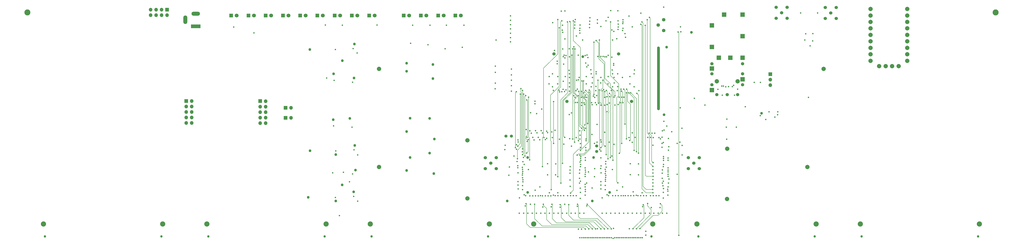
<source format=gbr>
G04 #@! TF.GenerationSoftware,KiCad,Pcbnew,5.1.10-88a1d61d58~88~ubuntu20.04.1*
G04 #@! TF.CreationDate,2021-08-11T10:22:42-04:00*
G04 #@! TF.ProjectId,readout_trenz,72656164-6f75-4745-9f74-72656e7a2e6b,rev?*
G04 #@! TF.SameCoordinates,Original*
G04 #@! TF.FileFunction,Copper,L3,Inr*
G04 #@! TF.FilePolarity,Positive*
%FSLAX46Y46*%
G04 Gerber Fmt 4.6, Leading zero omitted, Abs format (unit mm)*
G04 Created by KiCad (PCBNEW 5.1.10-88a1d61d58~88~ubuntu20.04.1) date 2021-08-11 10:22:42*
%MOMM*%
%LPD*%
G01*
G04 APERTURE LIST*
G04 #@! TA.AperFunction,ComponentPad*
%ADD10R,4.400000X1.800000*%
G04 #@! TD*
G04 #@! TA.AperFunction,ComponentPad*
%ADD11O,4.000000X1.800000*%
G04 #@! TD*
G04 #@! TA.AperFunction,ComponentPad*
%ADD12O,1.800000X4.000000*%
G04 #@! TD*
G04 #@! TA.AperFunction,ComponentPad*
%ADD13O,1.700000X1.700000*%
G04 #@! TD*
G04 #@! TA.AperFunction,ComponentPad*
%ADD14R,1.700000X1.700000*%
G04 #@! TD*
G04 #@! TA.AperFunction,ComponentPad*
%ADD15C,2.000000*%
G04 #@! TD*
G04 #@! TA.AperFunction,ComponentPad*
%ADD16C,1.400000*%
G04 #@! TD*
G04 #@! TA.AperFunction,WasherPad*
%ADD17C,2.794000*%
G04 #@! TD*
G04 #@! TA.AperFunction,WasherPad*
%ADD18C,2.000000*%
G04 #@! TD*
G04 #@! TA.AperFunction,ComponentPad*
%ADD19R,2.000000X2.000000*%
G04 #@! TD*
G04 #@! TA.AperFunction,ComponentPad*
%ADD20C,1.500000*%
G04 #@! TD*
G04 #@! TA.AperFunction,ComponentPad*
%ADD21C,1.620000*%
G04 #@! TD*
G04 #@! TA.AperFunction,ComponentPad*
%ADD22C,1.800000*%
G04 #@! TD*
G04 #@! TA.AperFunction,ComponentPad*
%ADD23R,1.800000X1.800000*%
G04 #@! TD*
G04 #@! TA.AperFunction,ComponentPad*
%ADD24C,1.100000*%
G04 #@! TD*
G04 #@! TA.AperFunction,ComponentPad*
%ADD25C,2.410000*%
G04 #@! TD*
G04 #@! TA.AperFunction,ComponentPad*
%ADD26C,1.524000*%
G04 #@! TD*
G04 #@! TA.AperFunction,ViaPad*
%ADD27C,1.270000*%
G04 #@! TD*
G04 #@! TA.AperFunction,ViaPad*
%ADD28C,0.635000*%
G04 #@! TD*
G04 #@! TA.AperFunction,Conductor*
%ADD29C,1.270000*%
G04 #@! TD*
G04 #@! TA.AperFunction,Conductor*
%ADD30C,0.147320*%
G04 #@! TD*
G04 APERTURE END LIST*
D10*
X183560000Y-110000000D03*
D11*
X183560000Y-104200000D03*
D12*
X178760000Y-107000000D03*
D13*
X215981600Y-144705400D03*
X213441600Y-149785400D03*
X215981600Y-152325400D03*
X213441600Y-147245400D03*
X213441600Y-152325400D03*
X215981600Y-147245400D03*
X215981600Y-154865400D03*
D14*
X213441600Y-144690000D03*
D13*
X215981600Y-149785400D03*
X213441600Y-154865400D03*
X181692200Y-144692400D03*
X179152200Y-149772400D03*
X181692200Y-152312400D03*
X179152200Y-147232400D03*
X179152200Y-152312400D03*
X181692200Y-147232400D03*
X181692200Y-154852400D03*
D14*
X179152200Y-144690000D03*
D13*
X181692200Y-149772400D03*
X179152200Y-154850000D03*
D15*
X513500000Y-102000000D03*
X513500000Y-114000000D03*
X513500000Y-111000000D03*
X513500000Y-123000000D03*
X513500000Y-108000000D03*
X513500000Y-105000000D03*
X513500000Y-117000000D03*
X513500000Y-120000000D03*
X513500000Y-126000000D03*
X496500000Y-114000000D03*
X496500000Y-102000000D03*
X496500000Y-108000000D03*
X496500000Y-105000000D03*
X496500000Y-111000000D03*
X496500000Y-123000000D03*
X496500000Y-117000000D03*
X496500000Y-126000000D03*
X496500000Y-120000000D03*
X500500000Y-128500000D03*
X509500000Y-128500000D03*
X506500000Y-128500000D03*
X503500000Y-128500000D03*
D13*
X450000000Y-137310000D03*
X450000000Y-134770000D03*
D14*
X450000000Y-132230000D03*
D16*
X327460000Y-160900000D03*
X330000000Y-160900000D03*
X369500000Y-168040000D03*
X369500000Y-165500000D03*
D15*
X467230000Y-175200000D03*
X474760000Y-129750000D03*
X429990000Y-190000000D03*
X430010000Y-166740000D03*
X309520000Y-189780000D03*
X309550000Y-162860000D03*
X268610000Y-175230000D03*
X268590000Y-129750000D03*
D17*
X554500000Y-103570000D03*
X105500000Y-103570000D03*
D18*
X425250000Y-135480000D03*
X434850000Y-135480000D03*
D19*
X437175000Y-134580000D03*
X437175000Y-124580000D03*
X437175000Y-114580000D03*
X437175000Y-104580000D03*
D20*
X430050000Y-141680000D03*
X434850000Y-141680000D03*
X425250000Y-141680000D03*
D19*
X422925000Y-139580000D03*
X422925000Y-129580000D03*
X422925000Y-119580000D03*
X422925000Y-109580000D03*
X428600000Y-104580000D03*
X426100000Y-124580000D03*
X431500000Y-124580000D03*
D20*
X422925000Y-137080000D03*
X437175000Y-137080000D03*
X437175000Y-132080000D03*
X437175000Y-127380000D03*
X422925000Y-127380000D03*
X422925000Y-132080000D03*
X379675000Y-122850000D03*
X349725000Y-122850000D03*
X355725000Y-144850000D03*
X385675000Y-144850000D03*
D21*
X400550000Y-111950000D03*
X398050000Y-109450000D03*
X400550000Y-106950000D03*
D22*
X242540000Y-105000000D03*
D23*
X240000000Y-105000000D03*
D13*
X162680000Y-104840000D03*
X162680000Y-102300000D03*
X165220000Y-104840000D03*
X165220000Y-102300000D03*
X167760000Y-104840000D03*
X167760000Y-102300000D03*
X170300000Y-104840000D03*
D14*
X170300000Y-102300000D03*
D24*
X394875000Y-207380000D03*
D25*
X395500000Y-201600000D03*
D24*
X340875000Y-207380000D03*
D25*
X340250000Y-201600000D03*
D23*
X200000000Y-105000000D03*
D22*
X202540000Y-105000000D03*
X226540000Y-105000000D03*
D23*
X224000000Y-105000000D03*
D22*
X210540000Y-105000000D03*
D23*
X208000000Y-105000000D03*
X264000000Y-105000000D03*
D22*
X266540000Y-105000000D03*
X234540000Y-105000000D03*
D23*
X232000000Y-105000000D03*
X216000000Y-105000000D03*
D22*
X218540000Y-105000000D03*
D23*
X256000000Y-105000000D03*
D22*
X258540000Y-105000000D03*
X250540000Y-105000000D03*
D23*
X248000000Y-105000000D03*
D22*
X306540000Y-105000000D03*
D23*
X304000000Y-105000000D03*
X296000000Y-105000000D03*
D22*
X298540000Y-105000000D03*
X290540000Y-105000000D03*
D23*
X288000000Y-105000000D03*
X280000000Y-105000000D03*
D22*
X282540000Y-105000000D03*
D26*
X475520000Y-106390000D03*
X480600000Y-106390000D03*
X480600000Y-101310000D03*
X475520000Y-101310000D03*
X478060000Y-103850000D03*
X455240000Y-103800000D03*
X452700000Y-101260000D03*
X457780000Y-101260000D03*
X457780000Y-106340000D03*
X452700000Y-106340000D03*
X417110000Y-170860000D03*
X412030000Y-170860000D03*
X412030000Y-175940000D03*
X417110000Y-175940000D03*
X414570000Y-173400000D03*
X320350000Y-173480000D03*
X322890000Y-176020000D03*
X317810000Y-176020000D03*
X317810000Y-170940000D03*
X322890000Y-170940000D03*
D14*
X225210001Y-147809999D03*
D13*
X227750001Y-147809999D03*
X227750001Y-152459999D03*
D14*
X225210001Y-152459999D03*
D24*
X546375000Y-207380000D03*
D25*
X547000000Y-201600000D03*
D24*
X492375000Y-207380000D03*
D25*
X491750000Y-201600000D03*
D24*
X470625000Y-207380000D03*
D25*
X471250000Y-201600000D03*
D24*
X416625000Y-207380000D03*
D25*
X416000000Y-201600000D03*
X264500000Y-201600000D03*
D24*
X265125000Y-207380000D03*
D25*
X319750000Y-201600000D03*
D24*
X319125000Y-207380000D03*
X243375000Y-207380000D03*
D25*
X244000000Y-201600000D03*
D24*
X189375000Y-207380000D03*
D25*
X188750000Y-201600000D03*
X113000000Y-201600000D03*
D24*
X113625000Y-207380000D03*
D25*
X168250000Y-201600000D03*
D24*
X167625000Y-207380000D03*
D27*
X251575000Y-125925000D03*
X247475000Y-132025000D03*
X247325000Y-153325000D03*
X248550000Y-169450000D03*
X248500000Y-191000000D03*
D28*
X210600000Y-113100000D03*
X373306300Y-124200000D03*
X432988388Y-137381612D03*
X374093700Y-124200000D03*
X432431612Y-137938388D03*
X377380000Y-128073700D03*
X427474248Y-137752265D03*
X377380000Y-127286300D03*
X428261648Y-137752265D03*
D27*
X363060000Y-124090000D03*
X398110000Y-119980004D03*
D28*
X369470000Y-142080000D03*
X374298831Y-146241169D03*
D27*
X398110000Y-144540000D03*
X445920000Y-150320000D03*
X398110000Y-148200000D03*
D28*
X419730000Y-146480000D03*
X375440000Y-145550000D03*
X414788161Y-143388161D03*
X373193170Y-142955497D03*
X408240000Y-147775661D03*
X373193170Y-146570000D03*
X468500000Y-119100000D03*
X368199998Y-117400000D03*
X368225956Y-141637809D03*
X375536331Y-142600000D03*
X467700000Y-142970000D03*
X361740000Y-208000000D03*
X362440000Y-203965468D03*
X400000000Y-182700000D03*
X399925000Y-180450000D03*
X400475000Y-174025000D03*
X400400000Y-175075000D03*
X400400000Y-189625000D03*
X402780000Y-167420000D03*
X402916402Y-165806402D03*
X333000000Y-183577680D03*
X333000000Y-182022320D03*
X335050000Y-175350000D03*
X364175000Y-178575000D03*
X343427680Y-188500000D03*
X346700000Y-178900000D03*
X346700000Y-173700000D03*
X373880000Y-175340000D03*
X385100000Y-178800000D03*
X385100000Y-173700000D03*
X371420000Y-182032320D03*
X371410000Y-183567680D03*
X381827680Y-188530000D03*
X402575000Y-178575000D03*
X402625000Y-179550000D03*
X364200000Y-179600000D03*
X364190000Y-184415000D03*
X335300000Y-172750000D03*
X373700000Y-172720000D03*
X351450000Y-187175000D03*
X402560000Y-186380000D03*
X402565000Y-184445000D03*
D27*
X257300000Y-165200000D03*
D28*
X364274018Y-186551844D03*
X390580000Y-187130000D03*
D27*
X283000000Y-170800000D03*
X292000000Y-168780000D03*
D28*
X371460000Y-133700000D03*
X356900000Y-132050000D03*
X366933000Y-132050000D03*
X376839000Y-132050000D03*
X386872000Y-132050000D03*
X353725000Y-112821000D03*
X377450000Y-112375000D03*
X381410000Y-133700000D03*
X361410000Y-133700000D03*
X352250000Y-162320000D03*
X400015000Y-158455000D03*
X469625000Y-116800000D03*
D27*
X401925000Y-119700000D03*
D28*
X361600000Y-158460000D03*
X401990000Y-156270000D03*
X400730000Y-158140000D03*
D27*
X400770000Y-150990000D03*
D28*
X357002500Y-162117500D03*
X357800000Y-165530000D03*
D27*
X256975000Y-134025000D03*
D28*
X340890000Y-144750000D03*
X344020000Y-148360000D03*
X351460000Y-133300000D03*
X395580000Y-165140000D03*
X201175000Y-110325000D03*
D27*
X251500000Y-183500000D03*
X337500000Y-187000000D03*
X375500000Y-187000000D03*
X328000000Y-191000000D03*
X367500000Y-191000000D03*
X257675000Y-176675000D03*
D28*
X429770000Y-162330000D03*
X361070000Y-204040002D03*
X442590000Y-136000000D03*
X445430000Y-135980000D03*
X453465000Y-149675000D03*
D27*
X256790000Y-186750000D03*
D28*
X354752680Y-124650000D03*
X354210002Y-127580000D03*
X364925000Y-128850000D03*
X364425000Y-127075000D03*
X361061000Y-163068000D03*
X364617000Y-163068000D03*
X359431830Y-120550000D03*
X359283000Y-163703000D03*
X358925000Y-119500000D03*
X361696000Y-162306000D03*
X358394000Y-162306000D03*
X358395498Y-120475000D03*
X357950000Y-123375000D03*
X359975000Y-161575000D03*
X354711000Y-161544000D03*
X337225000Y-161385000D03*
X358930000Y-142190000D03*
X337875000Y-162525000D03*
X359450000Y-142920000D03*
X338525000Y-158415000D03*
X359718087Y-145371830D03*
X339180000Y-159520000D03*
X360530000Y-145371830D03*
X339825000Y-161505000D03*
X362445024Y-142960161D03*
X340475000Y-162685000D03*
X362540000Y-145440000D03*
X341125000Y-158385000D03*
X363690000Y-145530000D03*
X341780000Y-159400000D03*
X363920093Y-146300081D03*
X342430000Y-161470000D03*
X364133642Y-142829181D03*
X343075000Y-162595000D03*
X364878490Y-142990000D03*
X343725000Y-158375000D03*
X367100569Y-145389962D03*
X344370000Y-159460000D03*
X367400000Y-146340000D03*
X345020000Y-161620000D03*
X367950002Y-142380000D03*
X345680000Y-162510000D03*
X368540000Y-142980000D03*
X346325000Y-158655000D03*
X368920000Y-145400000D03*
X346720000Y-159330000D03*
X369450000Y-146341830D03*
X399770000Y-166070000D03*
X406850000Y-164275000D03*
X335250000Y-177250000D03*
X329050000Y-175250000D03*
X328800000Y-179050000D03*
X335064946Y-178948306D03*
X362075000Y-174025000D03*
X363475000Y-207995000D03*
X338535000Y-188555000D03*
X376925000Y-188515000D03*
X377895000Y-207995000D03*
X364290000Y-204030000D03*
X336700000Y-192230000D03*
X339840000Y-188555000D03*
X364275000Y-207985000D03*
X336420000Y-193280000D03*
X378230000Y-188515000D03*
X378695000Y-207985000D03*
X365065000Y-207995000D03*
X341135000Y-188555000D03*
X379525000Y-188515000D03*
X379485000Y-207995000D03*
X365870000Y-203940000D03*
X340680000Y-192530000D03*
X342440000Y-188555000D03*
X365865000Y-207985000D03*
X338800000Y-192510000D03*
X380830000Y-188515000D03*
X380285000Y-207985000D03*
X366665000Y-207995000D03*
X344365000Y-188555000D03*
X382755000Y-188515000D03*
X381085000Y-207995000D03*
X367480000Y-203950000D03*
X344780000Y-192520000D03*
X345670000Y-188555000D03*
X367465000Y-207985000D03*
X344510000Y-193720000D03*
X384060000Y-188515000D03*
X381885000Y-207985000D03*
X368255000Y-207995000D03*
X346965000Y-188555000D03*
X385355000Y-188515000D03*
X382675000Y-207995000D03*
X369010000Y-203940000D03*
X348765000Y-192515000D03*
X348270000Y-188555000D03*
X369055000Y-207985000D03*
X348440000Y-193650000D03*
X386660000Y-188515000D03*
X383475000Y-207985000D03*
X370675000Y-207995000D03*
X350245000Y-188525000D03*
X388635000Y-188485000D03*
X385095000Y-207995000D03*
X371475000Y-203950000D03*
X352540000Y-192620000D03*
X391090000Y-192730000D03*
X386307680Y-203830000D03*
X351550000Y-188525000D03*
X371475000Y-207985000D03*
X352530000Y-193810000D03*
X389940000Y-188485000D03*
X385895000Y-207985000D03*
X390850000Y-193610000D03*
X372265000Y-207995000D03*
X352845000Y-188525000D03*
X391235000Y-188485000D03*
X386685000Y-207995000D03*
X373080000Y-203960000D03*
X356550000Y-192690000D03*
X393080000Y-192190000D03*
X387937680Y-203800000D03*
X354150000Y-188525000D03*
X373065000Y-207985000D03*
X354720000Y-192515000D03*
X392540000Y-188485000D03*
X394790000Y-194010000D03*
X387485000Y-207985000D03*
X373865000Y-207995000D03*
X356075000Y-188525000D03*
X394465000Y-188485000D03*
X388285000Y-207995000D03*
X360620000Y-192510000D03*
X374665000Y-203865000D03*
X399010000Y-192200000D03*
X389593840Y-203743840D03*
X357380000Y-188525000D03*
X360530000Y-193420000D03*
X374665000Y-207985000D03*
X395770000Y-188485000D03*
X389085000Y-207985000D03*
X398860000Y-194000000D03*
X358675000Y-188525000D03*
X375455000Y-207995000D03*
X397065000Y-188485000D03*
X389875000Y-207995000D03*
X376270000Y-203920000D03*
X365130000Y-192515000D03*
X359980000Y-188525000D03*
X376255000Y-207985000D03*
X364940000Y-193280000D03*
X398370000Y-188485000D03*
X390675000Y-207985000D03*
X365525000Y-128100000D03*
X369275000Y-131100000D03*
X364983006Y-123295985D03*
X364200000Y-123540000D03*
X370130000Y-135040000D03*
X322460000Y-139000000D03*
X370330000Y-145650006D03*
X372410000Y-134970000D03*
X322490000Y-136400000D03*
X371500000Y-146590000D03*
X322480000Y-131380000D03*
X356849998Y-124180000D03*
X355231892Y-123591830D03*
X322470000Y-128450000D03*
X393175000Y-161545000D03*
X379450000Y-146304000D03*
X393825000Y-159585000D03*
X379950000Y-142848170D03*
X394475000Y-161525000D03*
X380510000Y-145401830D03*
X395120000Y-159590000D03*
X381060000Y-142848170D03*
X395775000Y-161575000D03*
X381660000Y-145401830D03*
X396425000Y-159555000D03*
X382100000Y-142870000D03*
X398375000Y-161575000D03*
X402800000Y-162000000D03*
X400420000Y-163842320D03*
X361820000Y-172950000D03*
X347585000Y-187165000D03*
X371470000Y-185360000D03*
X343150000Y-184450000D03*
X333100000Y-185350000D03*
X335100000Y-180250000D03*
X362100000Y-172150000D03*
X364180000Y-188250000D03*
X354290000Y-164620000D03*
X400630000Y-154040000D03*
X381550000Y-184450000D03*
X400500000Y-172150000D03*
X373500000Y-178250000D03*
X337850000Y-176400000D03*
X402560000Y-188280000D03*
X402625000Y-177475000D03*
X406850000Y-178600000D03*
X364205000Y-183275000D03*
X337560000Y-196620000D03*
X333560000Y-196620000D03*
X341560000Y-196610000D03*
X345560000Y-196610000D03*
X339610000Y-196640000D03*
X335610000Y-196640000D03*
X343610000Y-196630000D03*
X347610000Y-196630000D03*
X353610000Y-196650000D03*
X355610000Y-196650000D03*
X349610000Y-196650000D03*
X357610000Y-196640000D03*
X359610000Y-196640000D03*
X361610000Y-196640000D03*
X363610000Y-196640000D03*
X351610000Y-196650000D03*
X376010000Y-196660000D03*
X378010000Y-196660000D03*
X388010000Y-196650000D03*
X372010000Y-196660000D03*
X396010000Y-196640000D03*
X400010000Y-196640000D03*
X398010000Y-196640000D03*
X394010000Y-196650000D03*
X380010000Y-196650000D03*
X382010000Y-196650000D03*
X384010000Y-196650000D03*
X386010000Y-196650000D03*
X374010000Y-196660000D03*
X392010000Y-196650000D03*
X390010000Y-196650000D03*
X402010000Y-196640000D03*
X350500000Y-173750000D03*
X372040000Y-189490000D03*
X388900000Y-178850000D03*
X388900000Y-173750000D03*
X333680000Y-189530000D03*
X369865000Y-207985000D03*
X384285000Y-207995000D03*
X384667680Y-203870000D03*
X349430000Y-188241000D03*
X387830000Y-188301000D03*
X395600000Y-176450000D03*
X395600000Y-178025000D03*
X395550000Y-181075000D03*
X357175000Y-176625000D03*
X357150000Y-178125000D03*
X357150000Y-181200000D03*
X335550000Y-170800000D03*
X361823000Y-160528000D03*
X371478000Y-170945000D03*
X387350000Y-161544000D03*
X367284000Y-160147000D03*
X369705000Y-155456000D03*
X356743000Y-130429000D03*
X366801000Y-130200000D03*
X369219000Y-132050000D03*
X376682000Y-130302000D03*
X379252000Y-132050000D03*
X377600000Y-136300000D03*
X377571000Y-133700000D03*
X389028000Y-139800000D03*
X379068000Y-139800000D03*
X379250000Y-137950000D03*
X369035000Y-139800000D03*
X369189000Y-137922000D03*
X361061000Y-134874000D03*
X360172000Y-135001000D03*
X367440000Y-136300000D03*
X367569000Y-133700000D03*
X348996000Y-132080000D03*
X347472000Y-133350000D03*
X347424000Y-136700000D03*
X348996000Y-138049000D03*
X374729000Y-136700000D03*
X374854000Y-133300000D03*
X384887000Y-133300000D03*
X384889000Y-136700000D03*
X364667000Y-133300000D03*
X364665000Y-136700000D03*
X354915000Y-133300000D03*
X408345000Y-110295000D03*
X400585000Y-101120000D03*
X356899991Y-136300000D03*
X356899991Y-133700000D03*
X356899991Y-140125000D03*
X360075000Y-114525000D03*
X354775000Y-115850000D03*
X353110000Y-102965000D03*
X363000000Y-116350000D03*
X353625000Y-109525000D03*
X353600000Y-111800000D03*
X361825000Y-109471000D03*
X361675000Y-111000000D03*
X361675000Y-113125000D03*
X366325000Y-106005000D03*
X366300000Y-107655000D03*
X366200000Y-109070000D03*
X369825000Y-107000000D03*
X378800000Y-115800000D03*
X371475000Y-110100000D03*
X376525000Y-111700000D03*
X384500000Y-105265000D03*
X390000000Y-103900000D03*
X379500000Y-109030000D03*
X381660000Y-111000000D03*
X382600000Y-113450000D03*
X434290000Y-156730000D03*
X429600000Y-156770000D03*
X386994000Y-130288170D03*
X349900000Y-121180000D03*
X329550000Y-105240000D03*
X329550000Y-107240000D03*
X329550000Y-109240000D03*
X329550000Y-111240000D03*
X329550000Y-113240000D03*
X329550000Y-115240000D03*
X329550000Y-117240000D03*
X329980000Y-129820000D03*
X329980000Y-132520000D03*
X329980000Y-135020000D03*
X329980000Y-140120000D03*
X434870000Y-139180000D03*
X425720000Y-139200000D03*
X376900000Y-116381830D03*
X329970000Y-137540000D03*
X409030000Y-157250000D03*
X353720000Y-120510000D03*
X356840000Y-120420000D03*
X375348170Y-163700000D03*
X337213914Y-163386087D03*
X332320000Y-166970000D03*
X332611000Y-172640000D03*
X335920000Y-174020000D03*
X332960000Y-174630000D03*
X332920000Y-175600000D03*
X335140000Y-183830000D03*
X364350000Y-177560000D03*
X364200000Y-175650000D03*
X371411000Y-167860000D03*
X373639000Y-173760000D03*
X371525000Y-174675000D03*
X371330000Y-175860000D03*
X373510000Y-183790000D03*
X402469000Y-185510000D03*
X400210000Y-183900000D03*
X402770000Y-182680000D03*
X402580000Y-176620000D03*
X402579000Y-175650000D03*
X402620000Y-171100000D03*
X399770000Y-161450000D03*
X333021000Y-162650000D03*
X335040000Y-168190000D03*
X371390000Y-162670000D03*
X364220000Y-176690000D03*
X360950000Y-123370000D03*
X365440000Y-124480000D03*
X372420000Y-123960000D03*
X371420000Y-124000000D03*
X369990000Y-124000002D03*
X374826000Y-123530000D03*
X376530000Y-124360000D03*
X248300000Y-120810000D03*
X256525000Y-120325000D03*
X258440000Y-122430000D03*
X244290000Y-133970000D03*
X256340000Y-135930000D03*
X247720000Y-135100000D03*
X256035000Y-156775000D03*
X247490000Y-156190000D03*
X248500000Y-167740000D03*
X256970000Y-167250000D03*
X258640000Y-169650000D03*
X256325000Y-178425000D03*
X254830000Y-182110000D03*
X248370000Y-189320000D03*
X256800000Y-188820000D03*
X258690000Y-191030000D03*
D27*
X235710000Y-189250000D03*
X236560000Y-167700000D03*
X236450000Y-120780000D03*
D28*
X250237500Y-197762500D03*
X377960000Y-146499986D03*
X466475000Y-113475000D03*
X464075000Y-103860000D03*
X471905000Y-103850000D03*
X466000000Y-116400000D03*
X247075000Y-177925000D03*
X252070000Y-177700000D03*
X362670000Y-208000000D03*
X392280000Y-205000000D03*
X392300000Y-206800000D03*
X365670000Y-177470000D03*
X346290000Y-161960000D03*
X378875000Y-186085000D03*
X340975000Y-185995000D03*
X367420000Y-184980000D03*
X366175000Y-110595000D03*
X364290000Y-185650000D03*
X357200000Y-184230000D03*
X395610000Y-184150000D03*
X379450000Y-110370000D03*
X359310000Y-109436000D03*
X364235000Y-172075000D03*
X362060000Y-171270000D03*
X364236000Y-170941966D03*
X402615000Y-172075000D03*
X400460000Y-171250000D03*
X384470000Y-161630000D03*
X333020000Y-177940000D03*
X335110000Y-178120000D03*
X335265000Y-181175000D03*
X371500000Y-177960000D03*
X373579000Y-181820000D03*
X373560000Y-180940000D03*
X373640000Y-180020000D03*
X335280000Y-182050000D03*
X350160000Y-158210000D03*
X348630000Y-158930000D03*
X386040000Y-163768170D03*
X374350000Y-149600000D03*
X377290000Y-203700000D03*
X377089998Y-208349998D03*
X369840002Y-203850000D03*
X385980000Y-110270000D03*
X376005000Y-102785000D03*
X369810000Y-108550000D03*
X379285000Y-102795000D03*
X382905000Y-115095000D03*
X349080000Y-108300000D03*
X354770000Y-102920000D03*
X409150000Y-169660000D03*
X360930000Y-142170000D03*
X449455000Y-149675000D03*
X362450000Y-146650000D03*
X364360000Y-141970000D03*
X374226708Y-142653045D03*
X438438170Y-147315000D03*
X243700000Y-109460000D03*
X251550000Y-109510000D03*
X267650000Y-109450000D03*
X284150000Y-109530000D03*
X292160000Y-109560000D03*
X299830000Y-109520000D03*
X307940000Y-109510000D03*
X338845000Y-150115000D03*
X341645000Y-150535000D03*
X340900000Y-145930000D03*
X429850000Y-153020000D03*
X386420000Y-186770000D03*
X453375000Y-150975000D03*
X447900000Y-153200000D03*
X350450000Y-178900000D03*
X326905000Y-167195000D03*
X376805000Y-176365000D03*
X353975000Y-135525000D03*
D27*
X293950000Y-178250000D03*
X281355000Y-176800000D03*
X293550000Y-134250000D03*
X281400000Y-130855000D03*
X281355000Y-158800000D03*
X294250000Y-162250000D03*
D28*
X335925000Y-188079510D03*
X374325000Y-188079510D03*
X348940000Y-161630000D03*
X386025000Y-159425000D03*
D27*
X255000000Y-152700000D03*
X283000000Y-152600000D03*
X292000000Y-152700000D03*
D28*
X373500000Y-185725000D03*
X400375000Y-181825000D03*
X395479000Y-185675000D03*
X381650000Y-108000000D03*
X390475000Y-108000000D03*
X381675000Y-107000000D03*
X395600000Y-174975000D03*
X392975000Y-107000000D03*
X430650000Y-137980000D03*
X433450000Y-141980000D03*
X359300000Y-108000000D03*
X352125000Y-110700000D03*
X348450000Y-185750000D03*
X407575000Y-206925000D03*
X407250000Y-112625000D03*
X354040000Y-124040000D03*
X299220000Y-120430000D03*
X354460000Y-123390000D03*
X307210000Y-119790000D03*
X369220000Y-116620000D03*
X291290000Y-118620000D03*
X377550253Y-142882034D03*
X370800000Y-116370000D03*
X283232491Y-117877509D03*
X377940000Y-142190000D03*
X399770000Y-164330000D03*
X408100000Y-163675000D03*
X388874000Y-168783000D03*
X388112000Y-141121830D03*
X386831839Y-167502839D03*
X384358598Y-140819337D03*
X387985000Y-168148000D03*
X385270685Y-140819337D03*
X376500000Y-170125000D03*
X383349500Y-139128500D03*
X384810000Y-162941000D03*
X381000000Y-140080998D03*
X381127000Y-164338000D03*
X382025000Y-139183000D03*
X382618161Y-155288161D03*
X373201830Y-159131000D03*
X383274339Y-162167339D03*
X399025000Y-162170000D03*
X383286000Y-140819337D03*
X377582844Y-164757835D03*
X380725000Y-139171000D03*
X379984000Y-168910000D03*
X381550000Y-112000000D03*
X361650000Y-112000000D03*
X381600000Y-108780000D03*
X374980000Y-188510000D03*
X399925000Y-178125000D03*
X399995000Y-176595000D03*
X403000000Y-180800000D03*
X400450000Y-185225000D03*
X395607000Y-187200000D03*
X379425000Y-107500000D03*
X390000000Y-109125000D03*
X374850000Y-105850000D03*
X395625000Y-173175000D03*
X394000000Y-105850000D03*
X373850000Y-107500000D03*
X392043161Y-109643161D03*
X395625000Y-179575000D03*
X375950000Y-108000000D03*
X395550000Y-182625000D03*
X379350000Y-182625000D03*
X429350000Y-138020000D03*
X427745000Y-141975000D03*
X361870000Y-185070000D03*
X358675000Y-107475000D03*
X357350000Y-187300000D03*
X357025000Y-107800000D03*
X353625000Y-173550000D03*
X400375000Y-187025000D03*
X361575000Y-182700000D03*
X361525000Y-180450000D03*
X361850000Y-189787680D03*
X361975000Y-187025000D03*
X377063000Y-172085000D03*
X376260117Y-139740883D03*
X374781839Y-171445161D03*
X373989371Y-139771886D03*
X375818161Y-170789839D03*
X375412000Y-141138397D03*
X373943161Y-169489839D03*
X373332334Y-140270542D03*
X370675000Y-139522320D03*
X370900000Y-167200000D03*
X371425000Y-166225000D03*
X372025000Y-139900000D03*
X372675000Y-139350000D03*
X373400004Y-165575000D03*
X445330000Y-151470000D03*
X357790000Y-150160000D03*
X356810000Y-150910000D03*
X452150000Y-152130000D03*
X335100000Y-185725000D03*
X336580000Y-188550000D03*
X361975000Y-181825000D03*
X361525000Y-178125000D03*
X361595000Y-176595000D03*
X364800000Y-182700000D03*
X359550000Y-106875000D03*
X351425000Y-106875000D03*
X344325000Y-175050000D03*
X357200000Y-175075000D03*
X353300000Y-107500000D03*
X351450000Y-179675000D03*
X355925000Y-108000000D03*
X352875000Y-182700000D03*
X362000000Y-175075000D03*
X364450000Y-166225000D03*
X364530000Y-167420000D03*
X361940000Y-166120000D03*
X368450000Y-164300000D03*
X361940000Y-164380000D03*
X369700000Y-163675000D03*
X368550000Y-175950000D03*
X373625000Y-177275000D03*
X373700000Y-179150000D03*
X368500000Y-179700000D03*
X355275000Y-139502000D03*
X338455000Y-171958000D03*
X337947000Y-142875000D03*
X353950000Y-139250000D03*
X332740000Y-171450000D03*
X334391000Y-138938000D03*
X354625000Y-140294000D03*
X336550000Y-142113000D03*
X336232501Y-170116501D03*
X331125000Y-170150000D03*
X353325000Y-140324000D03*
X335153000Y-169439500D03*
X335661000Y-141478000D03*
X337016000Y-168825000D03*
X337058000Y-144145000D03*
X360553000Y-139192000D03*
X335125010Y-166875000D03*
X335100000Y-139775000D03*
X349450000Y-139775000D03*
X332250000Y-140325004D03*
X331824990Y-166225000D03*
X352044000Y-139700000D03*
X352298000Y-140462000D03*
X334137000Y-141478000D03*
X332900000Y-165575000D03*
X332350000Y-164925000D03*
X349504000Y-144907000D03*
X349500000Y-164275000D03*
X336804000Y-157861000D03*
X361188000Y-140208000D03*
X362525004Y-157300000D03*
X362450000Y-140200000D03*
X363817155Y-158205949D03*
X364625000Y-162275000D03*
X363516098Y-140861830D03*
X362000000Y-167525000D03*
X364391099Y-139783903D03*
X360450000Y-169684011D03*
X365930000Y-140500000D03*
X366050000Y-139550000D03*
X361708120Y-169686939D03*
X362625000Y-135350000D03*
X364000000Y-155780000D03*
X363400000Y-135375000D03*
X365357499Y-155081839D03*
X356900000Y-138019000D03*
X366933000Y-138019000D03*
X376839000Y-138019000D03*
X386872000Y-138019000D03*
X408510000Y-112535000D03*
X404275000Y-158875000D03*
X359960000Y-139870000D03*
X379430000Y-111500000D03*
X409150000Y-165220000D03*
X469725000Y-113450000D03*
D27*
X413475000Y-112825000D03*
D28*
X364363669Y-157275000D03*
X371390000Y-136300000D03*
X351390000Y-136700000D03*
X327045000Y-165145000D03*
X335100000Y-176327680D03*
X333100000Y-163600000D03*
X362100000Y-170400000D03*
X373500000Y-176327680D03*
X400500000Y-170400000D03*
X351250000Y-126220000D03*
X351230000Y-127400000D03*
X322870000Y-116340000D03*
D27*
X257165000Y-118275000D03*
D28*
X371490000Y-163590000D03*
D27*
X281355000Y-127100000D03*
X293550000Y-127750000D03*
X337490000Y-170820000D03*
X368040000Y-170830000D03*
D28*
X359220000Y-110910000D03*
D29*
X398110000Y-119980004D02*
X398110000Y-144540000D01*
X398110000Y-144540000D02*
X398110000Y-148200000D01*
X398110000Y-148200000D02*
X398110000Y-148200000D01*
D30*
X368200000Y-117700000D02*
X368200000Y-117700000D01*
X368199998Y-141611851D02*
X368225956Y-141637809D01*
X368199998Y-117400000D02*
X368199998Y-141611851D01*
X361061000Y-161671000D02*
X361061000Y-161671000D01*
X359431830Y-141088709D02*
X359431830Y-120999012D01*
X360406839Y-142063718D02*
X359431830Y-141088709D01*
X360406839Y-142398718D02*
X360406839Y-142063718D01*
X359431830Y-120999012D02*
X359431830Y-120550000D01*
X361061000Y-143052879D02*
X360406839Y-142398718D01*
X361061000Y-163068000D02*
X361061000Y-143052879D01*
X359283000Y-163449000D02*
X359283000Y-163449000D01*
X358913668Y-140981668D02*
X358913668Y-119960344D01*
X358913668Y-119960344D02*
X358925000Y-119949012D01*
X360045000Y-143091879D02*
X360045000Y-142113000D01*
X358925000Y-119949012D02*
X358925000Y-119500000D01*
X360045000Y-142113000D02*
X358913668Y-140981668D01*
X359283000Y-145839879D02*
X359077167Y-145634046D01*
X359077167Y-145634046D02*
X359077167Y-144059712D01*
X359283000Y-163703000D02*
X359283000Y-145839879D01*
X359077167Y-144059712D02*
X360045000Y-143091879D01*
X358450000Y-120475000D02*
X358450000Y-120475000D01*
X358394000Y-162306000D02*
X358394000Y-141959121D01*
X358394000Y-141959121D02*
X358468161Y-141884960D01*
X358468161Y-141884960D02*
X358468161Y-120996675D01*
X358468161Y-120996675D02*
X358395498Y-120924012D01*
X358395498Y-120924012D02*
X358395498Y-120475000D01*
X357950000Y-123375000D02*
X357950000Y-123375000D01*
X354711000Y-161544000D02*
X354711000Y-161544000D01*
X354175000Y-144425000D02*
X354175000Y-161008000D01*
X354175000Y-161008000D02*
X354711000Y-161544000D01*
X357950000Y-140650000D02*
X354175000Y-144425000D01*
X357950000Y-123375000D02*
X357950000Y-140650000D01*
X336700000Y-192230000D02*
X336700000Y-192230000D01*
X364290000Y-204030000D02*
X363481839Y-203221839D01*
X363481839Y-203221839D02*
X338671839Y-203221839D01*
X337017499Y-192547499D02*
X336700000Y-192230000D01*
X338671839Y-203221839D02*
X337017499Y-201567499D01*
X337017499Y-201567499D02*
X337017499Y-192547499D01*
X340680000Y-199120000D02*
X341000000Y-199440000D01*
X340680000Y-192530000D02*
X340680000Y-199120000D01*
X340810000Y-199260000D02*
X341000000Y-199440000D01*
X364530000Y-202600000D02*
X365870000Y-203940000D01*
X344160000Y-202600000D02*
X364530000Y-202600000D01*
X341000000Y-199440000D02*
X344160000Y-202600000D01*
X365450000Y-201920000D02*
X367480000Y-203950000D01*
X348620000Y-201920000D02*
X365450000Y-201920000D01*
X346280000Y-199580000D02*
X348620000Y-201920000D01*
X346280000Y-194469012D02*
X346280000Y-199580000D01*
X344780000Y-192969012D02*
X346280000Y-194469012D01*
X344780000Y-192520000D02*
X344780000Y-192969012D01*
X348958161Y-192708161D02*
X348765000Y-192515000D01*
X348958161Y-199208161D02*
X348958161Y-192708161D01*
X350870000Y-201120000D02*
X348958161Y-199208161D01*
X366190000Y-201120000D02*
X350870000Y-201120000D01*
X369010000Y-203940000D02*
X366190000Y-201120000D01*
X368105000Y-200580000D02*
X371475000Y-203950000D01*
X353091839Y-198631839D02*
X355040000Y-200580000D01*
X353091839Y-193171839D02*
X353091839Y-198631839D01*
X355040000Y-200580000D02*
X368105000Y-200580000D01*
X352540000Y-192620000D02*
X353091839Y-193171839D01*
X386625179Y-203512501D02*
X386627499Y-203512501D01*
X386307680Y-203830000D02*
X386625179Y-203512501D01*
X391407499Y-193047499D02*
X391090000Y-192730000D01*
X391407499Y-198732501D02*
X391407499Y-193047499D01*
X386627499Y-203512501D02*
X391407499Y-198732501D01*
X369020000Y-199900000D02*
X373080000Y-203960000D01*
X358780000Y-199900000D02*
X369020000Y-199900000D01*
X356550000Y-197670000D02*
X358780000Y-199900000D01*
X356550000Y-192690000D02*
X356550000Y-197670000D01*
X387937680Y-203800000D02*
X394740000Y-196997680D01*
X394740000Y-196997680D02*
X394740000Y-194940000D01*
X393080000Y-193280000D02*
X393080000Y-192190000D01*
X394740000Y-194940000D02*
X393080000Y-193280000D01*
X360620000Y-192510000D02*
X361070000Y-192960000D01*
X361070000Y-192960000D02*
X361070000Y-198240000D01*
X361070000Y-198240000D02*
X361890000Y-199060000D01*
X361890000Y-199060000D02*
X369860000Y-199060000D01*
X369860000Y-199060000D02*
X374665000Y-203865000D01*
X374665000Y-203865000D02*
X374670000Y-203870000D01*
X399010000Y-192200000D02*
X399010000Y-192200000D01*
X399010000Y-192200000D02*
X399800000Y-192990000D01*
X399800000Y-192990000D02*
X399800000Y-195830000D01*
X399800000Y-195830000D02*
X397940000Y-197690000D01*
X397940000Y-197690000D02*
X395650000Y-197690000D01*
X395650000Y-197690000D02*
X389600000Y-203740000D01*
X376270000Y-203655000D02*
X376270000Y-203920000D01*
X365130000Y-192515000D02*
X376270000Y-203655000D01*
X370130000Y-135040000D02*
X370130000Y-135040000D01*
X370130000Y-145450006D02*
X370330000Y-145650006D01*
X370130000Y-135040000D02*
X370130000Y-145450006D01*
X372410000Y-134970000D02*
X372410000Y-134970000D01*
X371500000Y-145675157D02*
X371500000Y-146140988D01*
X372410000Y-134970000D02*
X372410000Y-138542320D01*
X371500000Y-146140988D02*
X371500000Y-146590000D01*
X372410000Y-138542320D02*
X370911839Y-140040481D01*
X370911839Y-140040481D02*
X370911839Y-145086996D01*
X370911839Y-145086996D02*
X371500000Y-145675157D01*
X390475000Y-108000000D02*
X391025000Y-108550000D01*
X391025000Y-108550000D02*
X391025000Y-184225000D01*
X392475000Y-185675000D02*
X395479000Y-185675000D01*
X391025000Y-184225000D02*
X392475000Y-185675000D01*
X395282501Y-174657501D02*
X395600000Y-174975000D01*
X393956839Y-160483718D02*
X393956839Y-173331839D01*
X393956839Y-173331839D02*
X395282501Y-174657501D01*
X392975000Y-159501879D02*
X393956839Y-160483718D01*
X392975000Y-107000000D02*
X392975000Y-159501879D01*
X348450000Y-185750000D02*
X348450000Y-185750000D01*
X348450000Y-185750000D02*
X348450000Y-185750000D01*
X352125000Y-110700000D02*
X352125661Y-112775661D01*
X348050000Y-162983121D02*
X348450000Y-163383121D01*
X352125661Y-112775661D02*
X352125661Y-137866218D01*
X352125661Y-137866218D02*
X348050000Y-141941879D01*
X348050000Y-141941879D02*
X348050000Y-162983121D01*
X348450000Y-163383121D02*
X348450000Y-185750000D01*
X407575000Y-206925000D02*
X407575000Y-112950000D01*
X407575000Y-112950000D02*
X407250000Y-112625000D01*
X407250000Y-112625000D02*
X407250000Y-112625000D01*
X369220000Y-116620000D02*
X369220000Y-116620000D01*
X374972830Y-137710709D02*
X374972830Y-137720792D01*
X374972830Y-137720792D02*
X377232754Y-139980716D01*
X370508161Y-125058161D02*
X372928161Y-127478161D01*
X377232754Y-139980716D02*
X377232754Y-142564535D01*
X372928161Y-135666040D02*
X374972830Y-137710709D01*
X377232754Y-142564535D02*
X377550253Y-142882034D01*
X370508161Y-117908161D02*
X370508161Y-125058161D01*
X372928161Y-127478161D02*
X372928161Y-135666040D01*
X369220000Y-116620000D02*
X370508161Y-117908161D01*
X370800000Y-116370000D02*
X370800000Y-116370000D01*
X377940000Y-141740988D02*
X377940000Y-142190000D01*
X377940000Y-140300000D02*
X377940000Y-141740988D01*
X375910000Y-136711081D02*
X375910000Y-138270000D01*
X373350000Y-134151081D02*
X375910000Y-136711081D01*
X373350000Y-126696879D02*
X373350000Y-134151081D01*
X375910000Y-138270000D02*
X377940000Y-140300000D01*
X370800000Y-124146879D02*
X373350000Y-126696879D01*
X370800000Y-116370000D02*
X370800000Y-124146879D01*
X388874000Y-168783000D02*
X388874000Y-168783000D01*
X388874000Y-168783000D02*
X388874000Y-141883830D01*
X388874000Y-141883830D02*
X388112000Y-141121830D01*
X386831839Y-167502839D02*
X386831839Y-167502839D01*
X386831839Y-167502839D02*
X386831839Y-143292578D01*
X384676097Y-141136836D02*
X384358598Y-140819337D01*
X386831839Y-143292578D02*
X384676097Y-141136836D01*
X387985000Y-168148000D02*
X387985000Y-168148000D01*
X387985000Y-168148000D02*
X387985000Y-143533652D01*
X387985000Y-143533652D02*
X385588184Y-141136836D01*
X385588184Y-141136836D02*
X385270685Y-140819337D01*
X384810000Y-162941000D02*
X384810000Y-162941000D01*
X385127499Y-162623501D02*
X384810000Y-162941000D01*
X385127499Y-146113499D02*
X385127499Y-162623501D01*
X383840436Y-144826436D02*
X385127499Y-146113499D01*
X383840436Y-139619436D02*
X383840436Y-144826436D01*
X383349500Y-139128500D02*
X383840436Y-139619436D01*
X381127000Y-164338000D02*
X381127000Y-164338000D01*
X381127000Y-164338000D02*
X381127000Y-145167951D01*
X381127000Y-145167951D02*
X381581839Y-144713112D01*
X381581839Y-144713112D02*
X381581839Y-140662837D01*
X381581839Y-140662837D02*
X381317499Y-140398497D01*
X381317499Y-140398497D02*
X381000000Y-140080998D01*
X382618161Y-139776161D02*
X382618161Y-155288161D01*
X382025000Y-139183000D02*
X382618161Y-139776161D01*
X382618161Y-155288161D02*
X382618161Y-155288161D01*
X383274339Y-162167339D02*
X383274339Y-162167339D01*
X383274339Y-162167339D02*
X383274339Y-140830998D01*
X383274339Y-140830998D02*
X383286000Y-140819337D01*
X379984000Y-168910000D02*
X379984000Y-168910000D01*
X380301499Y-146007020D02*
X380301499Y-168592501D01*
X380468161Y-139876851D02*
X380468161Y-144676790D01*
X379984000Y-145160951D02*
X379984000Y-145689521D01*
X380301499Y-168592501D02*
X379984000Y-168910000D01*
X379984000Y-145689521D02*
X380301499Y-146007020D01*
X380725000Y-139620012D02*
X380468161Y-139876851D01*
X380725000Y-139171000D02*
X380725000Y-139620012D01*
X380468161Y-144676790D02*
X379984000Y-145160951D01*
X390458161Y-109583161D02*
X390458161Y-185333161D01*
X390000000Y-109125000D02*
X390458161Y-109583161D01*
X392325000Y-187200000D02*
X395607000Y-187200000D01*
X390458161Y-185333161D02*
X392325000Y-187200000D01*
X394343161Y-106193161D02*
X394343161Y-160043161D01*
X394000000Y-105850000D02*
X394343161Y-106193161D01*
X395307501Y-172857501D02*
X395625000Y-173175000D01*
X394993161Y-172543161D02*
X395307501Y-172857501D01*
X394993161Y-160693161D02*
X394993161Y-172543161D01*
X394343161Y-160043161D02*
X394993161Y-160693161D01*
X392043161Y-109643161D02*
X392043161Y-179043161D01*
X392043161Y-179043161D02*
X392575000Y-179575000D01*
X392575000Y-179575000D02*
X395625000Y-179575000D01*
X379768161Y-136664040D02*
X379768161Y-142164960D01*
X375950000Y-132845879D02*
X379768161Y-136664040D01*
X378824169Y-143108952D02*
X378824169Y-182099169D01*
X379768161Y-142164960D02*
X378824169Y-143108952D01*
X375950000Y-108000000D02*
X375950000Y-132845879D01*
X378824169Y-182099169D02*
X379350000Y-182625000D01*
X379350000Y-182625000D02*
X379350000Y-182625000D01*
X357350000Y-187300000D02*
X357350000Y-187300000D01*
X358700000Y-185950000D02*
X357667499Y-186982501D01*
X358675000Y-107475000D02*
X358675000Y-116600000D01*
X361158121Y-166950000D02*
X358700000Y-169408121D01*
X357667499Y-186982501D02*
X357350000Y-187300000D01*
X363310000Y-156980000D02*
X363310000Y-157715000D01*
X358700000Y-169408121D02*
X358700000Y-185950000D01*
X361900000Y-166950000D02*
X361158121Y-166950000D01*
X363310000Y-157715000D02*
X362458161Y-158566839D01*
X361926863Y-143208879D02*
X361931839Y-143213855D01*
X362458161Y-158566839D02*
X362458161Y-166391839D01*
X362458161Y-166391839D02*
X361900000Y-166950000D01*
X358675000Y-116600000D02*
X361931839Y-119856839D01*
X361931839Y-119856839D02*
X361931839Y-142706467D01*
X361931839Y-155601839D02*
X363310000Y-156980000D01*
X361931839Y-142706467D02*
X361926863Y-142711443D01*
X361931839Y-143213855D02*
X361931839Y-155601839D01*
X361926863Y-142711443D02*
X361926863Y-143208879D01*
X353625000Y-173550000D02*
X353625000Y-173550000D01*
X353625000Y-144400000D02*
X353625000Y-173550000D01*
X357418161Y-108193161D02*
X357418161Y-140606839D01*
X357025000Y-107800000D02*
X357418161Y-108193161D01*
X357418161Y-140606839D02*
X353625000Y-144400000D01*
X377063000Y-172085000D02*
X377063000Y-172085000D01*
X377063000Y-143096327D02*
X376577616Y-142610943D01*
X376577616Y-140058382D02*
X376260117Y-139740883D01*
X376577616Y-142610943D02*
X376577616Y-140058382D01*
X377063000Y-172085000D02*
X377063000Y-143096327D01*
X374781839Y-171445161D02*
X374781839Y-171445161D01*
X374306870Y-140089385D02*
X373989371Y-139771886D01*
X374306870Y-141379991D02*
X374306870Y-140089385D01*
X374830000Y-141903121D02*
X374306870Y-141379991D01*
X374830000Y-149013121D02*
X374830000Y-141903121D01*
X375188161Y-149848718D02*
X375188161Y-149371282D01*
X375188161Y-149371282D02*
X374830000Y-149013121D01*
X374781839Y-150255040D02*
X375188161Y-149848718D01*
X374781839Y-171445161D02*
X374781839Y-150255040D01*
X375818161Y-170789839D02*
X375818161Y-170789839D01*
X375900000Y-170258988D02*
X375900000Y-146716879D01*
X375900000Y-146716879D02*
X376118161Y-146498718D01*
X376118161Y-141844558D02*
X375729499Y-141455896D01*
X375729499Y-141455896D02*
X375412000Y-141138397D01*
X375818161Y-170340827D02*
X375900000Y-170258988D01*
X375818161Y-170789839D02*
X375818161Y-170340827D01*
X376118161Y-146498718D02*
X376118161Y-141844558D01*
X373943161Y-169489839D02*
X373943161Y-169489839D01*
X373332334Y-140719554D02*
X373332334Y-140270542D01*
X373332334Y-142327782D02*
X373332334Y-140719554D01*
X373711331Y-142706779D02*
X373332334Y-142327782D01*
X373711331Y-149898210D02*
X373711331Y-142706779D01*
X373943161Y-150130040D02*
X373711331Y-149898210D01*
X373943161Y-169489839D02*
X373943161Y-150130040D01*
X370900000Y-166750988D02*
X370900000Y-167200000D01*
X370848162Y-166699150D02*
X370900000Y-166750988D01*
X370848162Y-145411281D02*
X370848162Y-166699150D01*
X370540000Y-145103119D02*
X370848162Y-145411281D01*
X370540000Y-139657320D02*
X370540000Y-145103119D01*
X370675000Y-139522320D02*
X370540000Y-139657320D01*
X371742499Y-165907501D02*
X371425000Y-166225000D01*
X372028824Y-165621176D02*
X371742499Y-165907501D01*
X372028824Y-139903824D02*
X372028824Y-165621176D01*
X372025000Y-139900000D02*
X372028824Y-139903824D01*
X373201830Y-165575000D02*
X373400004Y-165575000D01*
X372675000Y-165048170D02*
X373201830Y-165575000D01*
X372675000Y-139350000D02*
X372675000Y-165048170D01*
X351425000Y-106875000D02*
X351425000Y-122875000D01*
X344888161Y-160984960D02*
X344325000Y-161548121D01*
X344888161Y-129411839D02*
X344888161Y-160984960D01*
X351425000Y-122875000D02*
X344888161Y-129411839D01*
X344325000Y-161548121D02*
X344325000Y-175050000D01*
X344325000Y-175050000D02*
X344325000Y-175050000D01*
X351450000Y-179675000D02*
X351450000Y-179675000D01*
X351450000Y-179675000D02*
X351450000Y-179675000D01*
X352856839Y-138120282D02*
X351450000Y-139527121D01*
X353300000Y-107500000D02*
X352856839Y-107943161D01*
X352856839Y-107943161D02*
X352856839Y-138120282D01*
X351450000Y-139527121D02*
X351450000Y-179675000D01*
X352875000Y-182700000D02*
X352875000Y-182700000D01*
X352875000Y-182700000D02*
X352875000Y-182700000D01*
X356150000Y-140775000D02*
X352875000Y-144050000D01*
X356150000Y-108225000D02*
X356150000Y-140775000D01*
X352875000Y-144050000D02*
X352875000Y-182700000D01*
X355925000Y-108000000D02*
X356150000Y-108225000D01*
X338455000Y-171958000D02*
X338455000Y-171958000D01*
X337947000Y-143324012D02*
X337947000Y-142875000D01*
X337947000Y-161417000D02*
X337947000Y-143324012D01*
X338455000Y-161925000D02*
X337947000Y-161417000D01*
X338455000Y-171958000D02*
X338455000Y-161925000D01*
X332740000Y-171450000D02*
X332740000Y-171450000D01*
X332740000Y-167513000D02*
X332740000Y-171450000D01*
X334655161Y-165597839D02*
X332740000Y-167513000D01*
X334655161Y-140842163D02*
X334655161Y-165597839D01*
X334391000Y-140578002D02*
X334655161Y-140842163D01*
X334391000Y-138938000D02*
X334391000Y-140578002D01*
X336232501Y-142430499D02*
X336232501Y-170116501D01*
X336550000Y-142113000D02*
X336232501Y-142430499D01*
X336232501Y-170116501D02*
X336232501Y-170116501D01*
X335470499Y-169122001D02*
X335153000Y-169439500D01*
X335661000Y-168931500D02*
X335470499Y-169122001D01*
X335661000Y-141478000D02*
X335661000Y-168931500D01*
X337333499Y-168507501D02*
X337016000Y-168825000D01*
X337732075Y-168108925D02*
X337333499Y-168507501D01*
X337732075Y-163137369D02*
X337732075Y-168108925D01*
X336706839Y-162112133D02*
X337732075Y-163137369D01*
X336706839Y-161136282D02*
X336706839Y-162112133D01*
X337375499Y-160467622D02*
X336706839Y-161136282D01*
X337375499Y-144462499D02*
X337375499Y-160467622D01*
X337058000Y-144145000D02*
X337375499Y-144462499D01*
X335100000Y-166849990D02*
X335125010Y-166875000D01*
X335100000Y-139775000D02*
X335100000Y-166849990D01*
X331831839Y-140743165D02*
X331831839Y-166218161D01*
X332250000Y-140325004D02*
X331831839Y-140743165D01*
X334137000Y-164338000D02*
X332900000Y-165575000D01*
X334137000Y-141478000D02*
X334137000Y-164338000D01*
X349504000Y-164271000D02*
X349500000Y-164275000D01*
X349504000Y-144907000D02*
X349504000Y-164271000D01*
X361188000Y-140657012D02*
X361456839Y-140925851D01*
X362207505Y-156982501D02*
X362525004Y-157300000D01*
X361188000Y-140208000D02*
X361188000Y-140657012D01*
X361456839Y-156231835D02*
X362207505Y-156982501D01*
X361456839Y-140925851D02*
X361456839Y-156231835D01*
X363850000Y-158150000D02*
X363850000Y-158150000D01*
X362450000Y-142180000D02*
X363060000Y-142790000D01*
X362450000Y-140200000D02*
X362450000Y-142180000D01*
X363817155Y-157099195D02*
X363817155Y-157756937D01*
X363058161Y-156340201D02*
X363817155Y-157099195D01*
X363060000Y-142790000D02*
X363058161Y-156340201D01*
X363817155Y-157756937D02*
X363817155Y-158205949D01*
X364942499Y-155433720D02*
X364839337Y-155330558D01*
X364839337Y-155330558D02*
X364839337Y-144301755D01*
X364839337Y-144301755D02*
X363615481Y-143077899D01*
X363615481Y-143077899D02*
X363615481Y-141410225D01*
X364942499Y-161957501D02*
X364942499Y-155433720D01*
X363615481Y-141410225D02*
X363516098Y-141310842D01*
X364625000Y-162275000D02*
X364942499Y-161957501D01*
X363516098Y-141310842D02*
X363516098Y-140861830D01*
X364708598Y-140101402D02*
X364391099Y-139783903D01*
X362000000Y-167525000D02*
X365875669Y-163649331D01*
X365875669Y-163649331D02*
X365875669Y-141268473D01*
X365875669Y-141268473D02*
X364708598Y-140101402D01*
X366247499Y-140817499D02*
X365930000Y-140500000D01*
X366247499Y-166469380D02*
X366247499Y-140817499D01*
X360450000Y-169684011D02*
X360991510Y-169142501D01*
X360991510Y-169142501D02*
X363574378Y-169142501D01*
X363574378Y-169142501D02*
X366247499Y-166469380D01*
X366690000Y-140190000D02*
X366367499Y-139867499D01*
X366690000Y-140946879D02*
X366690000Y-140190000D01*
X366570831Y-141066048D02*
X366690000Y-140946879D01*
X366367499Y-139867499D02*
X366050000Y-139550000D01*
X366610000Y-155710000D02*
X366570831Y-141066048D01*
X366610000Y-166770000D02*
X366610000Y-155710000D01*
X363693061Y-169686939D02*
X366610000Y-166770000D01*
X361708120Y-169686939D02*
X363693061Y-169686939D01*
X364317499Y-155462501D02*
X364000000Y-155780000D01*
X362975000Y-135700000D02*
X362975000Y-142310161D01*
X362975000Y-142310161D02*
X363341150Y-142676311D01*
X363341150Y-143191530D02*
X364438254Y-144288634D01*
X363341150Y-142676311D02*
X363341150Y-143191530D01*
X364438254Y-155341746D02*
X364317499Y-155462501D01*
X364438254Y-144288634D02*
X364438254Y-155341746D01*
X362625000Y-135350000D02*
X362975000Y-135700000D01*
X365488161Y-155081839D02*
X365488161Y-155081839D01*
X363400000Y-135375000D02*
X363400000Y-139953121D01*
X365528161Y-142081282D02*
X365528161Y-154462165D01*
X365528161Y-154462165D02*
X365357499Y-154632827D01*
X365357499Y-154632827D02*
X365357499Y-155081839D01*
X363400000Y-139953121D02*
X365528161Y-142081282D01*
M02*

</source>
